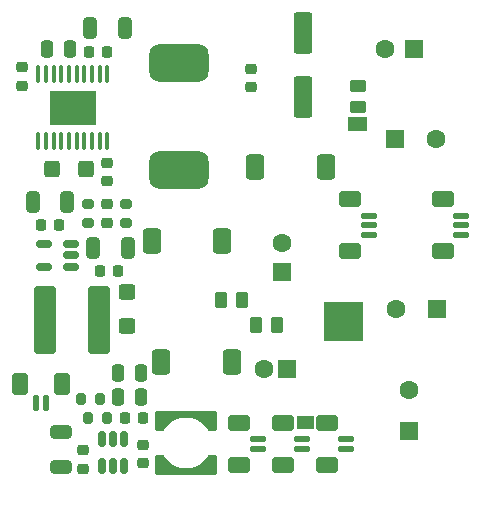
<source format=gbr>
%TF.GenerationSoftware,KiCad,Pcbnew,8.0.3*%
%TF.CreationDate,2024-07-12T17:44:37+02:00*%
%TF.ProjectId,CleanLVSupply,436c6561-6e4c-4565-9375-70706c792e6b,rev?*%
%TF.SameCoordinates,Original*%
%TF.FileFunction,Soldermask,Top*%
%TF.FilePolarity,Negative*%
%FSLAX46Y46*%
G04 Gerber Fmt 4.6, Leading zero omitted, Abs format (unit mm)*
G04 Created by KiCad (PCBNEW 8.0.3) date 2024-07-12 17:44:37*
%MOMM*%
%LPD*%
G01*
G04 APERTURE LIST*
G04 Aperture macros list*
%AMRoundRect*
0 Rectangle with rounded corners*
0 $1 Rounding radius*
0 $2 $3 $4 $5 $6 $7 $8 $9 X,Y pos of 4 corners*
0 Add a 4 corners polygon primitive as box body*
4,1,4,$2,$3,$4,$5,$6,$7,$8,$9,$2,$3,0*
0 Add four circle primitives for the rounded corners*
1,1,$1+$1,$2,$3*
1,1,$1+$1,$4,$5*
1,1,$1+$1,$6,$7*
1,1,$1+$1,$8,$9*
0 Add four rect primitives between the rounded corners*
20,1,$1+$1,$2,$3,$4,$5,0*
20,1,$1+$1,$4,$5,$6,$7,0*
20,1,$1+$1,$6,$7,$8,$9,0*
20,1,$1+$1,$8,$9,$2,$3,0*%
%AMFreePoly0*
4,1,45,1.289454,2.598348,1.362356,2.568151,1.418152,2.512354,1.448348,2.439452,1.450000,2.399998,1.450000,1.899998,1.322087,1.829913,1.084748,1.660379,0.872545,1.460277,0.689384,1.233290,0.538637,0.983598,0.423079,0.715797,0.344837,0.434817,0.305353,0.145833,0.305353,-0.145837,0.344837,-0.434821,0.423079,-0.715801,0.538637,-0.983602,0.689384,-1.233294,0.872545,-1.460281,
1.084748,-1.660383,1.322087,-1.829917,1.450000,-1.900002,1.450000,-2.400002,1.448080,-2.439402,1.417924,-2.512205,1.362203,-2.567925,1.289400,-2.598080,1.250000,-2.600002,-0.050000,-2.600002,-0.050102,-2.599997,-0.125000,-2.599997,-0.172835,-2.590482,-0.213388,-2.563385,-0.240485,-2.522832,-0.250000,-2.474997,-0.250000,2.474997,-0.240485,2.522832,-0.213388,2.563385,-0.172835,2.590482,
-0.125000,2.599997,-0.050020,2.599997,-0.050000,2.599998,1.250000,2.599998,1.289454,2.598348,1.289454,2.598348,$1*%
G04 Aperture macros list end*
%ADD10C,0.100000*%
%ADD11RoundRect,0.250000X-0.325000X-0.650000X0.325000X-0.650000X0.325000X0.650000X-0.325000X0.650000X0*%
%ADD12RoundRect,0.400000X-0.400000X-0.700000X0.400000X-0.700000X0.400000X0.700000X-0.400000X0.700000X0*%
%ADD13RoundRect,0.200000X-0.275000X0.200000X-0.275000X-0.200000X0.275000X-0.200000X0.275000X0.200000X0*%
%ADD14RoundRect,0.150000X-0.150000X0.512500X-0.150000X-0.512500X0.150000X-0.512500X0.150000X0.512500X0*%
%ADD15RoundRect,0.250000X0.250000X0.475000X-0.250000X0.475000X-0.250000X-0.475000X0.250000X-0.475000X0*%
%ADD16RoundRect,0.250000X-0.550000X1.500000X-0.550000X-1.500000X0.550000X-1.500000X0.550000X1.500000X0*%
%ADD17FreePoly0,90.000000*%
%ADD18FreePoly0,270.000000*%
%ADD19RoundRect,0.125000X-0.525000X0.125000X-0.525000X-0.125000X0.525000X-0.125000X0.525000X0.125000X0*%
%ADD20RoundRect,0.350000X-0.600000X0.350000X-0.600000X-0.350000X0.600000X-0.350000X0.600000X0.350000X0*%
%ADD21RoundRect,0.225000X-0.250000X0.225000X-0.250000X-0.225000X0.250000X-0.225000X0.250000X0.225000X0*%
%ADD22RoundRect,0.125000X0.125000X0.525000X-0.125000X0.525000X-0.125000X-0.525000X0.125000X-0.525000X0*%
%ADD23RoundRect,0.350000X0.350000X0.600000X-0.350000X0.600000X-0.350000X-0.600000X0.350000X-0.600000X0*%
%ADD24RoundRect,0.180000X-0.720000X-2.670000X0.720000X-2.670000X0.720000X2.670000X-0.720000X2.670000X0*%
%ADD25RoundRect,0.200000X-0.200000X-0.275000X0.200000X-0.275000X0.200000X0.275000X-0.200000X0.275000X0*%
%ADD26RoundRect,0.225000X0.225000X0.250000X-0.225000X0.250000X-0.225000X-0.250000X0.225000X-0.250000X0*%
%ADD27RoundRect,0.225000X-0.225000X-0.250000X0.225000X-0.250000X0.225000X0.250000X-0.225000X0.250000X0*%
%ADD28RoundRect,0.250000X0.325000X0.650000X-0.325000X0.650000X-0.325000X-0.650000X0.325000X-0.650000X0*%
%ADD29RoundRect,0.100000X-0.100000X0.637500X-0.100000X-0.637500X0.100000X-0.637500X0.100000X0.637500X0*%
%ADD30R,4.000000X2.850000*%
%ADD31RoundRect,0.150000X0.512500X0.150000X-0.512500X0.150000X-0.512500X-0.150000X0.512500X-0.150000X0*%
%ADD32RoundRect,0.250000X-0.262500X-0.450000X0.262500X-0.450000X0.262500X0.450000X-0.262500X0.450000X0*%
%ADD33RoundRect,0.225000X0.250000X-0.225000X0.250000X0.225000X-0.250000X0.225000X-0.250000X-0.225000X0*%
%ADD34R,1.600000X1.600000*%
%ADD35C,1.600000*%
%ADD36RoundRect,0.793750X1.706250X-0.793750X1.706250X0.793750X-1.706250X0.793750X-1.706250X-0.793750X0*%
%ADD37RoundRect,0.250000X0.400000X0.450000X-0.400000X0.450000X-0.400000X-0.450000X0.400000X-0.450000X0*%
%ADD38RoundRect,0.250000X-0.450000X0.262500X-0.450000X-0.262500X0.450000X-0.262500X0.450000X0.262500X0*%
%ADD39RoundRect,0.250000X0.650000X-0.325000X0.650000X0.325000X-0.650000X0.325000X-0.650000X-0.325000X0*%
%ADD40RoundRect,0.200000X0.200000X0.275000X-0.200000X0.275000X-0.200000X-0.275000X0.200000X-0.275000X0*%
%ADD41RoundRect,0.200000X0.275000X-0.200000X0.275000X0.200000X-0.275000X0.200000X-0.275000X-0.200000X0*%
%ADD42RoundRect,0.250000X-0.450000X0.400000X-0.450000X-0.400000X0.450000X-0.400000X0.450000X0.400000X0*%
G04 APERTURE END LIST*
D10*
X159200000Y-89200000D02*
X160700000Y-89200000D01*
X160700000Y-90300000D01*
X159200000Y-90300000D01*
X159200000Y-89200000D01*
G36*
X159200000Y-89200000D02*
G01*
X160700000Y-89200000D01*
X160700000Y-90300000D01*
X159200000Y-90300000D01*
X159200000Y-89200000D01*
G37*
X157200000Y-104900000D02*
X160400000Y-104900000D01*
X160400000Y-108100000D01*
X157200000Y-108100000D01*
X157200000Y-104900000D01*
G36*
X157200000Y-104900000D02*
G01*
X160400000Y-104900000D01*
X160400000Y-108100000D01*
X157200000Y-108100000D01*
X157200000Y-104900000D01*
G37*
X154900000Y-114500000D02*
X156200000Y-114500000D01*
X156200000Y-115600000D01*
X154900000Y-115600000D01*
X154900000Y-114500000D01*
G36*
X154900000Y-114500000D02*
G01*
X156200000Y-114500000D01*
X156200000Y-115600000D01*
X154900000Y-115600000D01*
X154900000Y-114500000D01*
G37*
D11*
%TO.C,C21*%
X132487500Y-96400000D03*
X135437500Y-96400000D03*
%TD*%
D12*
%TO.C,L6*%
X143400000Y-110000000D03*
X149400000Y-110000000D03*
%TD*%
D13*
%TO.C,R9*%
X140362500Y-96575000D03*
X140362500Y-98225000D03*
%TD*%
D12*
%TO.C,L4*%
X142562500Y-99700000D03*
X148562500Y-99700000D03*
%TD*%
D14*
%TO.C,U5*%
X140250000Y-116497500D03*
X139300000Y-116497500D03*
X138350000Y-116497500D03*
X138350000Y-118772500D03*
X139300000Y-118772500D03*
X140250000Y-118772500D03*
%TD*%
D15*
%TO.C,C5*%
X135650000Y-83500000D03*
X133750000Y-83500000D03*
%TD*%
D16*
%TO.C,C7*%
X155400000Y-82100000D03*
X155400000Y-87500000D03*
%TD*%
D17*
%TO.C,L5*%
X145500000Y-119285000D03*
D18*
X145500000Y-114385000D03*
%TD*%
D19*
%TO.C,J3*%
X155300000Y-117300000D03*
X155300000Y-116500000D03*
D20*
X153700000Y-115100000D03*
X153700000Y-118700000D03*
%TD*%
D21*
%TO.C,C31*%
X141800000Y-116960000D03*
X141800000Y-118510000D03*
%TD*%
%TO.C,C2*%
X138800000Y-93125000D03*
X138800000Y-94675000D03*
%TD*%
D22*
%TO.C,J1*%
X132800000Y-113400000D03*
X133600000Y-113400000D03*
D23*
X135000000Y-111800000D03*
X131400000Y-111800000D03*
%TD*%
D11*
%TO.C,C3*%
X137325000Y-81700000D03*
X140275000Y-81700000D03*
%TD*%
D24*
%TO.C,L3*%
X133500000Y-106400000D03*
X138100000Y-106400000D03*
%TD*%
D25*
%TO.C,R13*%
X137175000Y-114735000D03*
X138825000Y-114735000D03*
%TD*%
D26*
%TO.C,C23*%
X139737500Y-102300000D03*
X138187500Y-102300000D03*
%TD*%
D19*
%TO.C,J2*%
X159000000Y-117300000D03*
X159000000Y-116500000D03*
D20*
X157400000Y-115100000D03*
X157400000Y-118700000D03*
%TD*%
D12*
%TO.C,L2*%
X151300000Y-93457500D03*
X157300000Y-93457500D03*
%TD*%
D19*
%TO.C,J6*%
X161000000Y-99200000D03*
X161000000Y-98400000D03*
X161000000Y-97600000D03*
D20*
X159400000Y-96200000D03*
X159400000Y-100600000D03*
%TD*%
D27*
%TO.C,C4*%
X137225000Y-83700000D03*
X138775000Y-83700000D03*
%TD*%
D28*
%TO.C,C24*%
X140537500Y-100300000D03*
X137587500Y-100300000D03*
%TD*%
D21*
%TO.C,C6*%
X151000000Y-85125000D03*
X151000000Y-86675000D03*
%TD*%
D29*
%TO.C,U1*%
X138825000Y-85575000D03*
X138175000Y-85575000D03*
X137525000Y-85575000D03*
X136875000Y-85575000D03*
X136225000Y-85575000D03*
X135575000Y-85575000D03*
X134925000Y-85575000D03*
X134275000Y-85575000D03*
X133625000Y-85575000D03*
X132975000Y-85575000D03*
X132975000Y-91300000D03*
X133625000Y-91300000D03*
X134275000Y-91300000D03*
X134925000Y-91300000D03*
X135575000Y-91300000D03*
X136225000Y-91300000D03*
X136875000Y-91300000D03*
X137525000Y-91300000D03*
X138175000Y-91300000D03*
X138825000Y-91300000D03*
D30*
X135900000Y-88437500D03*
%TD*%
D31*
%TO.C,U3*%
X135700000Y-101900000D03*
X135700000Y-100950000D03*
X135700000Y-100000000D03*
X133425000Y-100000000D03*
X133425000Y-101900000D03*
%TD*%
D32*
%TO.C,R14*%
X151387500Y-106800000D03*
X153212500Y-106800000D03*
%TD*%
D33*
%TO.C,C33*%
X136800000Y-119010000D03*
X136800000Y-117460000D03*
%TD*%
D34*
%TO.C,C18*%
X163147349Y-91100000D03*
D35*
X166647349Y-91100000D03*
%TD*%
D19*
%TO.C,J5*%
X168800000Y-99200000D03*
X168800000Y-98400000D03*
X168800000Y-97600000D03*
D20*
X167200000Y-96200000D03*
X167200000Y-100600000D03*
%TD*%
D36*
%TO.C,L1*%
X144900000Y-93708500D03*
X144900000Y-84691500D03*
%TD*%
D37*
%TO.C,D1*%
X137050000Y-93600000D03*
X134150000Y-93600000D03*
%TD*%
D38*
%TO.C,R7*%
X160000000Y-86587500D03*
X160000000Y-88412500D03*
%TD*%
D26*
%TO.C,C34*%
X141875000Y-114735000D03*
X140325000Y-114735000D03*
%TD*%
D39*
%TO.C,C32*%
X134900000Y-118875000D03*
X134900000Y-115925000D03*
%TD*%
D40*
%TO.C,R12*%
X138225000Y-113135000D03*
X136575000Y-113135000D03*
%TD*%
D15*
%TO.C,C36*%
X141650000Y-110935000D03*
X139750000Y-110935000D03*
%TD*%
D41*
%TO.C,R11*%
X137162500Y-98225000D03*
X137162500Y-96575000D03*
%TD*%
D15*
%TO.C,C35*%
X141650000Y-112935000D03*
X139750000Y-112935000D03*
%TD*%
D34*
%TO.C,C40*%
X164400000Y-115852651D03*
D35*
X164400000Y-112352651D03*
%TD*%
D34*
%TO.C,C41*%
X154055113Y-110600000D03*
D35*
X152055113Y-110600000D03*
%TD*%
D42*
%TO.C,D2*%
X140462500Y-104050000D03*
X140462500Y-106950000D03*
%TD*%
D34*
%TO.C,C14*%
X164800000Y-83500000D03*
D35*
X162300000Y-83500000D03*
%TD*%
D27*
%TO.C,C22*%
X133187500Y-98400000D03*
X134737500Y-98400000D03*
%TD*%
D34*
%TO.C,C29*%
X153600000Y-102382380D03*
D35*
X153600000Y-99882380D03*
%TD*%
D34*
%TO.C,C28*%
X166752651Y-105500000D03*
D35*
X163252651Y-105500000D03*
%TD*%
D21*
%TO.C,C10*%
X131600000Y-85025000D03*
X131600000Y-86575000D03*
%TD*%
D32*
%TO.C,R10*%
X148400000Y-104700000D03*
X150225000Y-104700000D03*
%TD*%
D19*
%TO.C,J4*%
X151600000Y-117300000D03*
X151600000Y-116500000D03*
D20*
X150000000Y-115100000D03*
X150000000Y-118700000D03*
%TD*%
D21*
%TO.C,C20*%
X138762500Y-96625000D03*
X138762500Y-98175000D03*
%TD*%
M02*

</source>
